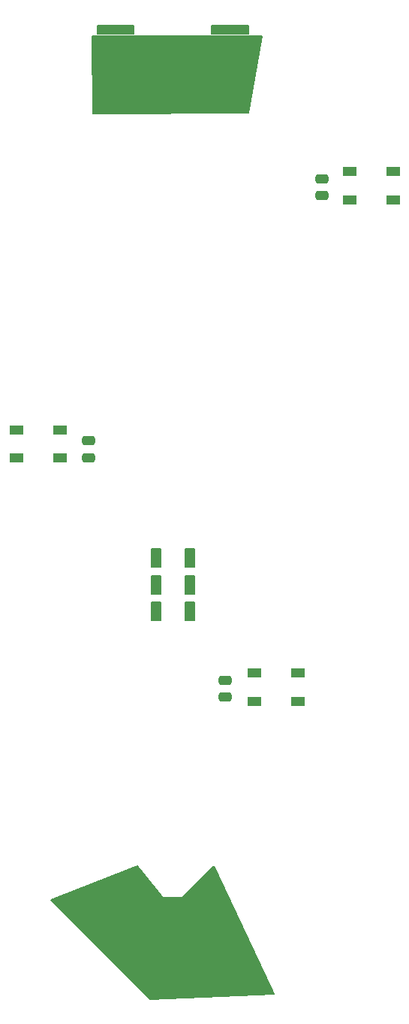
<source format=gbs>
%TF.GenerationSoftware,KiCad,Pcbnew,(6.0.7)*%
%TF.CreationDate,2022-11-21T20:11:54+01:00*%
%TF.ProjectId,Arbolito Tronco 2,4172626f-6c69-4746-9f20-54726f6e636f,rev?*%
%TF.SameCoordinates,Original*%
%TF.FileFunction,Soldermask,Bot*%
%TF.FilePolarity,Negative*%
%FSLAX46Y46*%
G04 Gerber Fmt 4.6, Leading zero omitted, Abs format (unit mm)*
G04 Created by KiCad (PCBNEW (6.0.7)) date 2022-11-21 20:11:54*
%MOMM*%
%LPD*%
G01*
G04 APERTURE LIST*
G04 Aperture macros list*
%AMRoundRect*
4,1,4,-2.0000000000000004,-2.9999999999999996,-4.0000000000000009,-4.9999999999999991,-6.0000000000000009,-6.9999999999999991,-8.0000000000000018,-8.9999999999999982,-2.0000000000000004,-2.9999999999999996,0*
1,1,$1,$2,$3*
1,1,$1,$2,$3*
1,1,$1,$2,$3*
1,1,$1,$2,$3*
20,1,$1,$2,$3,$4,$5,180*
20,1,$1,$2,$3,$4,$5,180*
20,1,$1,$2,$3,$4,$5,180*
20,1,$1,$2,$3,$4,$5,180*%
G04 Aperture macros list end*
%ADD10C,0.15*%
%ADD11R,1.5X1*%
%AMCOMP56*
4,1,3,
0.47499999999999992,-0.25000000000000006,
0.47500000000000003,0.24999999999999994,
-0.47499999999999992,0.25000000000000006,
-0.47500000000000003,-0.24999999999999994,
0*
4,1,19,
0.47499999999999992,-0.50000000000000011,
0.39774575140626306,-0.48776412907378847,
0.32805368692688164,-0.45225424859373692,
0.27274575140626306,-0.39694631307311834,
0.23723587092621157,-0.32725424859373692,
0.22499999999999995,-0.25,
0.23723587092621154,-0.17274575140626319,
0.27274575140626311,-0.10305368692688177,
0.32805368692688164,-0.047745751406263207,
0.39774575140626311,-0.012235870926211666,
0.47499999999999992,-0.000000000000000058168801806562912,
0.552254248593737,-0.012235870926211685,
0.62194631307311821,-0.047745751406263186,
0.67725424859373684,-0.10305368692688177,
0.71276412907378839,-0.17274575140626319,
0.725,-0.25000000000000006,
0.71276412907378839,-0.32725424859373692,
0.67725424859373684,-0.39694631307311828,
0.62194631307311832,-0.45225424859373692,
0.55225424859373673,-0.48776412907378847,
0*
4,1,19,
0.475,-0.000000000000000058168801806562912,
0.39774575140626311,0.012235870926211569,
0.32805368692688169,0.047745751406263096,
0.27274575140626311,0.10305368692688169,
0.23723587092621162,0.17274575140626311,
0.225,0.24999999999999994,
0.2372358709262116,0.32725424859373681,
0.27274575140626317,0.39694631307311817,
0.32805368692688169,0.45225424859373681,
0.39774575140626317,0.48776412907378836,
0.475,0.49999999999999994,
0.55225424859373706,0.48776412907378836,
0.62194631307311821,0.45225424859373681,
0.67725424859373684,0.39694631307311828,
0.71276412907378839,0.32725424859373675,
0.725,0.24999999999999997,
0.71276412907378839,0.17274575140626311,
0.67725424859373684,0.10305368692688169,
0.62194631307311832,0.047745751406263089,
0.55225424859373684,0.01223587092621155,
0*
4,1,19,
-0.475,0.000000000000000058168801806562912,
-0.55225424859373684,0.012235870926211685,
-0.62194631307311821,0.047745751406263214,
-0.67725424859373684,0.1030536869268818,
-0.71276412907378839,0.17274575140626322,
-0.725,0.25000000000000006,
-0.71276412907378839,0.327254248593737,
-0.67725424859373684,0.39694631307311828,
-0.62194631307311832,0.45225424859373692,
-0.55225424859373673,0.48776412907378847,
-0.475,0.50000000000000011,
-0.397745751406263,0.48776412907378847,
-0.32805368692688169,0.45225424859373692,
-0.27274575140626306,0.3969463130731184,
-0.23723587092621157,0.32725424859373692,
-0.22499999999999995,0.25000000000000006,
-0.23723587092621154,0.17274575140626322,
-0.27274575140626311,0.1030536869268818,
-0.32805368692688164,0.047745751406263207,
-0.39774575140626306,0.012235870926211666,
0*
4,1,19,
-0.47500000000000003,-0.49999999999999994,
-0.552254248593737,-0.48776412907378836,
-0.62194631307311821,-0.45225424859373681,
-0.67725424859373684,-0.39694631307311823,
-0.71276412907378839,-0.32725424859373675,
-0.725,-0.24999999999999992,
-0.71276412907378839,-0.17274575140626308,
-0.67725424859373684,-0.10305368692688166,
-0.62194631307311832,-0.047745751406263089,
-0.55225424859373684,-0.01223587092621155,
-0.47500000000000003,0.000000000000000058168801806562925,
-0.39774575140626306,-0.012235870926211569,
-0.32805368692688175,-0.047745751406263068,
-0.27274575140626311,-0.10305368692688166,
-0.23723587092621162,-0.17274575140626308,
-0.225,-0.24999999999999992,
-0.2372358709262116,-0.32725424859373675,
-0.27274575140626317,-0.39694631307311817,
-0.32805368692688169,-0.45225424859373681,
-0.39774575140626311,-0.48776412907378836,
0*
4,1,3,
0.725,-0.25000000000000011,
0.22499999999999995,-0.25,
0.225,0.24999999999999997,
0.725,0.24999999999999989,
0*
4,1,3,
0.47500000000000003,0.49999999999999994,
0.475,-0.000000000000000058168801806562912,
-0.475,0.000000000000000058168801806562912,
-0.47499999999999992,0.50000000000000011,
0*
4,1,3,
-0.725,0.25000000000000011,
-0.22499999999999995,0.25,
-0.225,-0.24999999999999997,
-0.725,-0.24999999999999989,
0*
4,1,3,
-0.47500000000000003,-0.49999999999999994,
-0.475,0.000000000000000058168801806562912,
0.475,-0.000000000000000058168801806562912,
0.47499999999999992,-0.50000000000000011,
0*%
%ADD12COMP56,0.25X-0.475X0.25X-0.475X-0.25X0.475X-0.25X0.475X0.25X0*%
G04 APERTURE END LIST*
D10*
G36*
X0147100000Y0054100000D02*
G01*
X0148100000Y0054100000D01*
X0148100000Y0052100000D01*
X0147100000Y0052100000D01*
X0147100000Y0054100000D01*
G37*
X0147100000Y0054100000D02*
X0148100000Y0054100000D01*
X0148100000Y0052100000D01*
X0147100000Y0052100000D01*
X0147100000Y0054100000D01*
G36*
X0140415401Y0111921063D02*
G01*
X0159518985Y0111919916D01*
X0158018985Y0103219916D01*
X0140520000Y0103130000D01*
X0140415401Y0111921063D01*
G37*
X0140415401Y0111921063D02*
X0159518985Y0111919916D01*
X0158018985Y0103219916D01*
X0140520000Y0103130000D01*
X0140415401Y0111921063D01*
G36*
X0147100000Y0048100000D02*
G01*
X0148100000Y0048100000D01*
X0148100000Y0046100000D01*
X0147100000Y0046100000D01*
X0147100000Y0048100000D01*
G37*
X0147100000Y0048100000D02*
X0148100000Y0048100000D01*
X0148100000Y0046100000D01*
X0147100000Y0046100000D01*
X0147100000Y0048100000D01*
G36*
X0147100000Y0051100000D02*
G01*
X0148100000Y0051100000D01*
X0148100000Y0049100000D01*
X0147100000Y0049100000D01*
X0147100000Y0051100000D01*
G37*
X0147100000Y0051100000D02*
X0148100000Y0051100000D01*
X0148100000Y0049100000D01*
X0147100000Y0049100000D01*
X0147100000Y0051100000D01*
G36*
X0150900000Y0051100000D02*
G01*
X0151900000Y0051100000D01*
X0151900000Y0049100000D01*
X0150900000Y0049100000D01*
X0150900000Y0051100000D01*
G37*
X0150900000Y0051100000D02*
X0151900000Y0051100000D01*
X0151900000Y0049100000D01*
X0150900000Y0049100000D01*
X0150900000Y0051100000D01*
G36*
X0153900000Y0113100000D02*
G01*
X0158000000Y0113100000D01*
X0158000000Y0112100000D01*
X0153900000Y0112100000D01*
X0153900000Y0113100000D01*
G37*
X0153900000Y0113100000D02*
X0158000000Y0113100000D01*
X0158000000Y0112100000D01*
X0153900000Y0112100000D01*
X0153900000Y0113100000D01*
G36*
X0150900000Y0048100000D02*
G01*
X0151900000Y0048100000D01*
X0151900000Y0046100000D01*
X0150900000Y0046100000D01*
X0150900000Y0048100000D01*
G37*
X0150900000Y0048100000D02*
X0151900000Y0048100000D01*
X0151900000Y0046100000D01*
X0150900000Y0046100000D01*
X0150900000Y0048100000D01*
G36*
X0135750000Y0014600000D02*
G01*
X0145500000Y0018400000D01*
X0148350000Y0014850000D01*
X0150600000Y0014850000D01*
X0154100000Y0018450000D01*
X0160900000Y0004000000D01*
X0146900000Y0003450000D01*
X0135750000Y0014600000D01*
G37*
X0135750000Y0014600000D02*
X0145500000Y0018400000D01*
X0148350000Y0014850000D01*
X0150600000Y0014850000D01*
X0154100000Y0018450000D01*
X0160900000Y0004000000D01*
X0146900000Y0003450000D01*
X0135750000Y0014600000D01*
G36*
X0150900000Y0054100000D02*
G01*
X0151900000Y0054100000D01*
X0151900000Y0052100000D01*
X0150900000Y0052100000D01*
X0150900000Y0054100000D01*
G37*
X0150900000Y0054100000D02*
X0151900000Y0054100000D01*
X0151900000Y0052100000D01*
X0150900000Y0052100000D01*
X0150900000Y0054100000D01*
G36*
X0141000000Y0113100000D02*
G01*
X0145100000Y0113100000D01*
X0145100000Y0112100000D01*
X0141000000Y0112100000D01*
X0141000000Y0113100000D01*
G37*
X0141000000Y0113100000D02*
X0145100000Y0113100000D01*
X0145100000Y0112100000D01*
X0141000000Y0112100000D01*
X0141000000Y0113100000D01*
D11*
%TO.C,U3*%
X0131850000Y0064350000D03*
X0131850000Y0067550000D03*
X0136750000Y0067550000D03*
X0136750000Y0064350000D03*
%TD*%
D12*
%TO.C,C13*%
X0166300000Y0093900000D03*
X0166300000Y0095800000D03*
%TD*%
D11*
%TO.C,U6*%
X0158700000Y0036950000D03*
X0158700000Y0040150000D03*
X0163600000Y0040150000D03*
X0163600000Y0036950000D03*
%TD*%
%TO.C,U2*%
X0169450000Y0093400000D03*
X0169450000Y0096600000D03*
X0174350000Y0096600000D03*
X0174350000Y0093400000D03*
%TD*%
D12*
%TO.C,C15*%
X0155400000Y0037450000D03*
X0155400000Y0039350000D03*
%TD*%
%TO.C,C11*%
X0139950000Y0064400000D03*
X0139950000Y0066300000D03*
%TD*%
M02*
</source>
